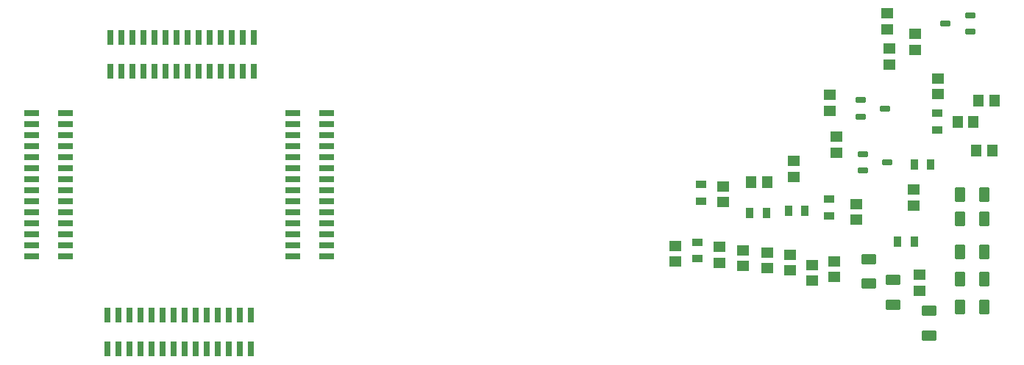
<source format=gtp>
G04*
G04 #@! TF.GenerationSoftware,Altium Limited,Altium Designer,24.3.1 (35)*
G04*
G04 Layer_Color=8421504*
%FSLAX44Y44*%
%MOMM*%
G71*
G04*
G04 #@! TF.SameCoordinates,C3A98564-D86C-46C7-A890-955D0AD343B8*
G04*
G04*
G04 #@! TF.FilePolarity,Positive*
G04*
G01*
G75*
%ADD14R,0.7400X1.7000*%
%ADD15R,1.7000X0.7400*%
G04:AMPARAMS|DCode=16|XSize=0.65mm|YSize=1.25mm|CornerRadius=0.1625mm|HoleSize=0mm|Usage=FLASHONLY|Rotation=90.000|XOffset=0mm|YOffset=0mm|HoleType=Round|Shape=RoundedRectangle|*
%AMROUNDEDRECTD16*
21,1,0.6500,0.9250,0,0,90.0*
21,1,0.3250,1.2500,0,0,90.0*
1,1,0.3250,0.4625,0.1625*
1,1,0.3250,0.4625,-0.1625*
1,1,0.3250,-0.4625,-0.1625*
1,1,0.3250,-0.4625,0.1625*
%
%ADD16ROUNDEDRECTD16*%
%ADD17R,0.9000X1.3000*%
%ADD18R,1.3000X0.9000*%
%ADD19R,1.1500X1.3500*%
%ADD20R,1.3500X1.1500*%
G04:AMPARAMS|DCode=21|XSize=1.75mm|YSize=1.25mm|CornerRadius=0.3125mm|HoleSize=0mm|Usage=FLASHONLY|Rotation=180.000|XOffset=0mm|YOffset=0mm|HoleType=Round|Shape=RoundedRectangle|*
%AMROUNDEDRECTD21*
21,1,1.7500,0.6250,0,0,180.0*
21,1,1.1250,1.2500,0,0,180.0*
1,1,0.6250,-0.5625,0.3125*
1,1,0.6250,0.5625,0.3125*
1,1,0.6250,0.5625,-0.3125*
1,1,0.6250,-0.5625,-0.3125*
%
%ADD21ROUNDEDRECTD21*%
G04:AMPARAMS|DCode=22|XSize=1.75mm|YSize=1.25mm|CornerRadius=0.3125mm|HoleSize=0mm|Usage=FLASHONLY|Rotation=90.000|XOffset=0mm|YOffset=0mm|HoleType=Round|Shape=RoundedRectangle|*
%AMROUNDEDRECTD22*
21,1,1.7500,0.6250,0,0,90.0*
21,1,1.1250,1.2500,0,0,90.0*
1,1,0.6250,0.3125,0.5625*
1,1,0.6250,0.3125,-0.5625*
1,1,0.6250,-0.3125,-0.5625*
1,1,0.6250,-0.3125,0.5625*
%
%ADD22ROUNDEDRECTD22*%
D14*
X578160Y61770D02*
D03*
X565460D02*
D03*
X552760D02*
D03*
X540060D02*
D03*
X527360D02*
D03*
X514660D02*
D03*
X489260D02*
D03*
X501960D02*
D03*
X476560D02*
D03*
X463860D02*
D03*
X451160D02*
D03*
X438460D02*
D03*
X425760D02*
D03*
X578160Y100770D02*
D03*
X565460D02*
D03*
X552760D02*
D03*
X540060D02*
D03*
X527360D02*
D03*
X514660D02*
D03*
X501960D02*
D03*
X489260D02*
D03*
X476560D02*
D03*
X463860D02*
D03*
X451160D02*
D03*
X425760D02*
D03*
X438460D02*
D03*
X581850Y381770D02*
D03*
X569150D02*
D03*
X556450D02*
D03*
X543750D02*
D03*
X531050D02*
D03*
X518350D02*
D03*
X505650D02*
D03*
X492950D02*
D03*
X480250D02*
D03*
X467550D02*
D03*
X454850D02*
D03*
X442150D02*
D03*
X429450D02*
D03*
X581850Y420770D02*
D03*
X569150D02*
D03*
X556450D02*
D03*
X531050D02*
D03*
X543750D02*
D03*
X518350D02*
D03*
X505650D02*
D03*
X492950D02*
D03*
X467550D02*
D03*
X480250D02*
D03*
X454850D02*
D03*
X442150D02*
D03*
X429450D02*
D03*
X413060Y61770D02*
D03*
Y100770D02*
D03*
X416750Y420770D02*
D03*
Y381770D02*
D03*
D15*
X665110Y244920D02*
D03*
Y232220D02*
D03*
Y219520D02*
D03*
Y181420D02*
D03*
Y194120D02*
D03*
Y206820D02*
D03*
Y333820D02*
D03*
Y321120D02*
D03*
Y308420D02*
D03*
Y295720D02*
D03*
Y283020D02*
D03*
Y270320D02*
D03*
Y257620D02*
D03*
X626110Y333820D02*
D03*
Y321120D02*
D03*
Y308420D02*
D03*
Y295720D02*
D03*
Y283020D02*
D03*
Y270320D02*
D03*
Y257620D02*
D03*
Y244920D02*
D03*
Y232220D02*
D03*
Y219520D02*
D03*
Y206820D02*
D03*
Y194120D02*
D03*
Y181420D02*
D03*
X365110Y333820D02*
D03*
Y321120D02*
D03*
Y308420D02*
D03*
Y295720D02*
D03*
Y283020D02*
D03*
Y270320D02*
D03*
Y257620D02*
D03*
Y244920D02*
D03*
Y232220D02*
D03*
Y219520D02*
D03*
Y206820D02*
D03*
Y194120D02*
D03*
Y181420D02*
D03*
X326110Y333820D02*
D03*
Y321120D02*
D03*
Y308420D02*
D03*
Y295720D02*
D03*
Y283020D02*
D03*
Y270320D02*
D03*
Y257620D02*
D03*
Y244920D02*
D03*
Y232220D02*
D03*
Y219520D02*
D03*
Y206820D02*
D03*
Y194120D02*
D03*
Y181420D02*
D03*
X665110Y168720D02*
D03*
X626110D02*
D03*
X365110D02*
D03*
X326110D02*
D03*
D16*
X1308380Y339090D02*
D03*
X1279880Y329590D02*
D03*
Y348590D02*
D03*
X1377670Y436880D02*
D03*
X1406170Y446380D02*
D03*
Y427380D02*
D03*
X1310920Y276860D02*
D03*
X1282420Y267360D02*
D03*
Y286360D02*
D03*
D17*
X1341780Y274320D02*
D03*
X1322730Y185420D02*
D03*
X1341730D02*
D03*
X1360780Y274320D02*
D03*
X1171550Y218440D02*
D03*
X1152550D02*
D03*
X1197000Y220980D02*
D03*
X1216000D02*
D03*
D18*
X1367790Y333350D02*
D03*
X1096010Y251460D02*
D03*
Y232460D02*
D03*
X1367790Y314350D02*
D03*
X1092200Y184760D02*
D03*
Y165760D02*
D03*
X1243330Y215290D02*
D03*
Y234290D02*
D03*
D19*
X1410060Y323850D02*
D03*
X1413150Y290830D02*
D03*
X1431650D02*
D03*
X1415690Y347980D02*
D03*
X1434190D02*
D03*
X1391560Y323850D02*
D03*
X1154070Y254000D02*
D03*
X1172570D02*
D03*
D20*
X1341120Y226970D02*
D03*
X1347470Y147320D02*
D03*
Y128820D02*
D03*
X1275080Y210460D02*
D03*
Y228960D02*
D03*
X1121410Y230780D02*
D03*
Y249280D02*
D03*
X1066800Y180700D02*
D03*
Y162200D02*
D03*
X1117600Y160930D02*
D03*
Y179430D02*
D03*
X1249680Y144420D02*
D03*
Y162920D02*
D03*
X1172210Y154580D02*
D03*
Y173080D02*
D03*
X1198880Y152040D02*
D03*
Y170540D02*
D03*
X1144270Y157120D02*
D03*
Y175620D02*
D03*
X1341120Y245470D02*
D03*
X1342390Y424900D02*
D03*
Y406400D02*
D03*
X1313180Y389530D02*
D03*
Y408030D02*
D03*
X1369060Y373740D02*
D03*
Y355240D02*
D03*
X1252220Y306430D02*
D03*
Y287930D02*
D03*
X1310640Y430170D02*
D03*
Y448670D02*
D03*
X1244600Y336190D02*
D03*
Y354690D02*
D03*
X1224280Y158750D02*
D03*
Y140250D02*
D03*
X1202690Y278490D02*
D03*
Y259990D02*
D03*
D21*
X1358900Y77190D02*
D03*
Y105690D02*
D03*
X1289050Y165380D02*
D03*
Y136880D02*
D03*
X1316990Y141250D02*
D03*
Y112750D02*
D03*
D22*
X1394180Y173990D02*
D03*
X1422680D02*
D03*
X1394180Y110490D02*
D03*
X1422680D02*
D03*
X1394180Y142240D02*
D03*
X1422680D02*
D03*
X1422680Y240030D02*
D03*
X1394180D02*
D03*
X1422680Y212090D02*
D03*
X1394180D02*
D03*
M02*

</source>
